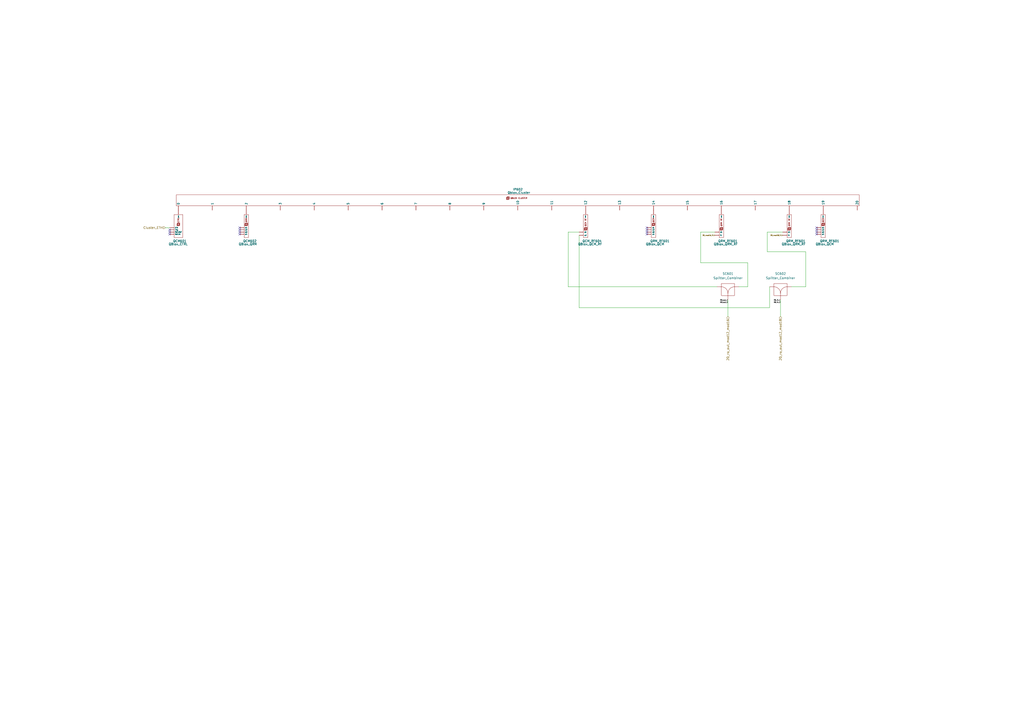
<source format=kicad_sch>
(kicad_sch (version 20230121) (generator eeschema)
  (paper "A2")
  (lib_symbols
    (symbol "Quantum Computing:QBlox_CTRL" (on_board no)
      (property "Reference" "QCM" (at -1.905 -2.032 0))
      (property "Value" "QBlox_CTRL" (at -4.445 -3.81 0))
      (symbol "QBlox_CTRL_0_0"
        (rectangle (start -1.27 13.335) (end 3.81 0))
        (polyline (pts (xy 1.905 6.985) (xy 2.1394 7.2206) (xy 2.124 8.4684) (xy 0.8708 8.4836) (xy 0.7311 8.3405) (xy 0.9734 8.3405) (xy 1.923 8.3405) (xy 1.7831 8.1985) (xy 1.6432 8.0564) (xy 0.9734 8.0564) (xy 0.9734 8.3405) (xy 0.7311 8.3405) (xy 0.638 8.2451) (xy 0.4666 8.0695) (xy 0.6456 8.0695) (xy 0.6726 8.0937) (xy 0.7205 8.1365) (xy 0.7768 8.2003) (xy 0.83 8.2695) (xy 0.8307 8.1629) (xy 0.8307 8.1389) (xy 0.8243 8.0818) (xy 0.795 8.0599) (xy 0.7264 8.0564) (xy 0.7223 8.0564) (xy 0.6596 8.0588) (xy 0.6456 8.0695) (xy 0.4666 8.0695) (xy 0.4051 8.0065) (xy 0.4051 7.3909) (xy 0.4065 7.1729) (xy 0.4104 7.0072) (xy 0.4128 6.9647) (xy 0.5472 6.9647) (xy 0.5472 7.9428) (xy 0.8313 7.9428) (xy 0.9734 7.9428) (xy 1.5984 7.9428) (xy 1.5984 7.2893) (xy 0.9734 7.2893) (xy 0.9734 7.9428) (xy 0.8313 7.9428) (xy 0.8313 7.2862) (xy 1.7405 7.2862) (xy 1.7405 7.9875) (xy 1.8832 8.1281) (xy 2.026 8.2688) (xy 2.0182 7.7861) (xy 2.0104 7.3035) (xy 1.8754 7.2948) (xy 1.7405 7.2862) (xy 0.8313 7.2862) (xy 0.8313 7.2445) (xy 0.6892 7.1046) (xy 0.5472 6.9647) (xy 0.4128 6.9647) (xy 0.4169 6.8915) (xy 0.6488 6.8915) (xy 0.7887 7.0336) (xy 0.9286 7.1756) (xy 1.5984 7.1756) (xy 1.5984 7.0829) (xy 1.7263 7.0829) (xy 1.7316 7.146) (xy 1.7585 7.1711) (xy 1.8242 7.1756) (xy 1.9221 7.1756) (xy 1.8257 7.0762) (xy 1.7924 7.042) (xy 1.7465 6.9951) (xy 1.7278 6.9768) (xy 1.7276 6.9776) (xy 1.7267 7.0104) (xy 1.7263 7.0762) (xy 1.7263 7.0829) (xy 1.5984 7.0829) (xy 1.5984 6.8915) (xy 0.6488 6.8915) (xy 0.4169 6.8915) (xy 0.417 6.8898) (xy 0.4265 6.8166) (xy 0.4392 6.7836) (xy 0.441 6.782) (xy 0.4782 6.7697) (xy 0.5557 6.7605) (xy 0.6779 6.7542) (xy 0.8486 6.7506) (xy 1.072 6.7495) (xy 1.6707 6.7495) (xy 1.905 6.985)) (stroke (width 0.01)) (fill (type outline)))
        (text "CTRL" (at 1.27 10.16 900) (effects (font (size 0.8 0.8))))
      )
      (symbol "QBlox_CTRL_1_1"
        (pin output line (at -3.81 5.715 0) (length 2.54) (name "ETH") (number ""))
        (pin output line (at -3.81 1.905 0) (length 2.54) (name "Ref_IN") (number ""))
        (pin output line (at -3.81 3.175 0) (length 2.54) (name "Ref_OUT") (number ""))
        (pin bidirectional line (at 1.27 15.875 270) (length 2.54) (name "SYNC") (number ""))
        (pin output line (at -3.81 4.445 0) (length 2.54) (name "Trig") (number ""))
      )
    )
    (symbol "Quantum Computing:QBlox_QCM" (on_board no)
      (property "Reference" "QCM" (at -1.905 -2.032 0))
      (property "Value" "QBlox_QCM" (at -4.445 -3.81 0))
      (symbol "QBlox_QCM_0_0"
        (rectangle (start -1.27 13.335) (end 1.27 0))
        (polyline (pts (xy 0.635 6.985) (xy 0.8694 7.2206) (xy 0.854 8.4684) (xy -0.3992 8.4836) (xy -0.5389 8.3405) (xy -0.2966 8.3405) (xy 0.653 8.3405) (xy 0.5131 8.1985) (xy 0.3732 8.0564) (xy -0.2966 8.0564) (xy -0.2966 8.3405) (xy -0.5389 8.3405) (xy -0.632 8.2451) (xy -0.8034 8.0695) (xy -0.6244 8.0695) (xy -0.5974 8.0937) (xy -0.5495 8.1365) (xy -0.4932 8.2003) (xy -0.44 8.2695) (xy -0.4393 8.1629) (xy -0.4393 8.1389) (xy -0.4457 8.0818) (xy -0.475 8.0599) (xy -0.5436 8.0564) (xy -0.5477 8.0564) (xy -0.6104 8.0588) (xy -0.6244 8.0695) (xy -0.8034 8.0695) (xy -0.8649 8.0065) (xy -0.8649 7.3909) (xy -0.8635 7.1729) (xy -0.8596 7.0072) (xy -0.8572 6.9647) (xy -0.7228 6.9647) (xy -0.7228 7.9428) (xy -0.4387 7.9428) (xy -0.2966 7.9428) (xy 0.3284 7.9428) (xy 0.3284 7.2893) (xy -0.2966 7.2893) (xy -0.2966 7.9428) (xy -0.4387 7.9428) (xy -0.4387 7.2862) (xy 0.4705 7.2862) (xy 0.4705 7.9875) (xy 0.6132 8.1281) (xy 0.756 8.2688) (xy 0.7482 7.7861) (xy 0.7404 7.3035) (xy 0.6054 7.2948) (xy 0.4705 7.2862) (xy -0.4387 7.2862) (xy -0.4387 7.2445) (xy -0.5808 7.1046) (xy -0.7228 6.9647) (xy -0.8572 6.9647) (xy -0.8531 6.8915) (xy -0.6212 6.8915) (xy -0.4813 7.0336) (xy -0.3414 7.1756) (xy 0.3284 7.1756) (xy 0.3284 7.0829) (xy 0.4563 7.0829) (xy 0.4616 7.146) (xy 0.4885 7.1711) (xy 0.5542 7.1756) (xy 0.6521 7.1756) (xy 0.5557 7.0762) (xy 0.5224 7.042) (xy 0.4765 6.9951) (xy 0.4578 6.9768) (xy 0.4576 6.9776) (xy 0.4567 7.0104) (xy 0.4563 7.0762) (xy 0.4563 7.0829) (xy 0.3284 7.0829) (xy 0.3284 6.8915) (xy -0.6212 6.8915) (xy -0.8531 6.8915) (xy -0.853 6.8898) (xy -0.8435 6.8166) (xy -0.8308 6.7836) (xy -0.829 6.782) (xy -0.7918 6.7697) (xy -0.7143 6.7605) (xy -0.5921 6.7542) (xy -0.4214 6.7506) (xy -0.198 6.7495) (xy 0.4007 6.7495) (xy 0.635 6.985)) (stroke (width 0.01)) (fill (type outline)))
        (text "QCM" (at 0 10.16 900) (effects (font (size 0.8 0.8))))
      )
      (symbol "QBlox_QCM_1_1"
        (pin bidirectional line (at 0 15.875 270) (length 2.54) (name "SYNC") (number ""))
        (pin output line (at -3.81 5.715 0) (length 2.54) (name "o1") (number ""))
        (pin output line (at -3.81 4.445 0) (length 2.54) (name "o2") (number ""))
        (pin output line (at -3.81 3.175 0) (length 2.54) (name "o3") (number ""))
        (pin output line (at -3.81 1.905 0) (length 2.54) (name "o4") (number ""))
      )
    )
    (symbol "Quantum Computing:QBlox_QCM_RF" (on_board no)
      (property "Reference" "QCM_RF" (at -1.905 -2.032 0))
      (property "Value" "QBlox_QCM_RF" (at -4.445 -3.81 0))
      (symbol "QBlox_QCM_RF_0_0"
        (rectangle (start -1.27 13.335) (end 1.27 0))
        (polyline (pts (xy 0.635 4.445) (xy 0.8694 4.6806) (xy 0.854 5.9284) (xy -0.3992 5.9436) (xy -0.5389 5.8005) (xy -0.2966 5.8005) (xy 0.653 5.8005) (xy 0.5131 5.6585) (xy 0.3732 5.5164) (xy -0.2966 5.5164) (xy -0.2966 5.8005) (xy -0.5389 5.8005) (xy -0.632 5.7051) (xy -0.8034 5.5295) (xy -0.6244 5.5295) (xy -0.5974 5.5537) (xy -0.5495 5.5965) (xy -0.4932 5.6603) (xy -0.44 5.7295) (xy -0.4393 5.6229) (xy -0.4393 5.5989) (xy -0.4457 5.5418) (xy -0.475 5.5199) (xy -0.5436 5.5164) (xy -0.5477 5.5164) (xy -0.6104 5.5188) (xy -0.6244 5.5295) (xy -0.8034 5.5295) (xy -0.8649 5.4665) (xy -0.8649 4.8509) (xy -0.8635 4.6329) (xy -0.8596 4.4672) (xy -0.8572 4.4247) (xy -0.7228 4.4247) (xy -0.7228 5.4028) (xy -0.4387 5.4028) (xy -0.2966 5.4028) (xy 0.3284 5.4028) (xy 0.3284 4.7493) (xy -0.2966 4.7493) (xy -0.2966 5.4028) (xy -0.4387 5.4028) (xy -0.4387 4.7462) (xy 0.4705 4.7462) (xy 0.4705 5.4475) (xy 0.6132 5.5881) (xy 0.756 5.7288) (xy 0.7482 5.2461) (xy 0.7404 4.7635) (xy 0.6054 4.7548) (xy 0.4705 4.7462) (xy -0.4387 4.7462) (xy -0.4387 4.7045) (xy -0.5808 4.5646) (xy -0.7228 4.4247) (xy -0.8572 4.4247) (xy -0.8531 4.3515) (xy -0.6212 4.3515) (xy -0.4813 4.4936) (xy -0.3414 4.6356) (xy 0.3284 4.6356) (xy 0.3284 4.5429) (xy 0.4563 4.5429) (xy 0.4616 4.606) (xy 0.4885 4.6311) (xy 0.5542 4.6356) (xy 0.6521 4.6356) (xy 0.5557 4.5362) (xy 0.5224 4.502) (xy 0.4765 4.4551) (xy 0.4578 4.4368) (xy 0.4576 4.4376) (xy 0.4567 4.4704) (xy 0.4563 4.5362) (xy 0.4563 4.5429) (xy 0.3284 4.5429) (xy 0.3284 4.3515) (xy -0.6212 4.3515) (xy -0.8531 4.3515) (xy -0.853 4.3498) (xy -0.8435 4.2766) (xy -0.8308 4.2436) (xy -0.829 4.242) (xy -0.7918 4.2297) (xy -0.7143 4.2205) (xy -0.5921 4.2142) (xy -0.4214 4.2106) (xy -0.198 4.2095) (xy 0.4007 4.2095) (xy 0.635 4.445)) (stroke (width 0.01)) (fill (type outline)))
        (text "QCM RF" (at 0 8.89 900) (effects (font (size 0.8 0.8))))
      )
      (symbol "QBlox_QCM_RF_1_1"
        (pin bidirectional line (at 0 15.875 270) (length 2.54) (name "SYNC") (number ""))
        (pin output line (at -3.81 3.175 0) (length 2.54) (name "o1") (number ""))
        (pin output line (at -3.81 1.27 0) (length 2.54) (name "o2") (number ""))
      )
    )
    (symbol "Quantum Computing:QBlox_QRM" (on_board no)
      (property "Reference" "QRM" (at -1.905 -2.032 0))
      (property "Value" "QBlox_QRM" (at -4.445 -3.81 0))
      (symbol "QBlox_QRM_0_0"
        (rectangle (start -1.27 13.335) (end 1.27 0))
        (polyline (pts (xy 0.635 6.985) (xy 0.8694 7.2206) (xy 0.854 8.4684) (xy -0.3992 8.4836) (xy -0.5389 8.3405) (xy -0.2966 8.3405) (xy 0.653 8.3405) (xy 0.5131 8.1985) (xy 0.3732 8.0564) (xy -0.2966 8.0564) (xy -0.2966 8.3405) (xy -0.5389 8.3405) (xy -0.632 8.2451) (xy -0.8034 8.0695) (xy -0.6244 8.0695) (xy -0.5974 8.0937) (xy -0.5495 8.1365) (xy -0.4932 8.2003) (xy -0.44 8.2695) (xy -0.4393 8.1629) (xy -0.4393 8.1389) (xy -0.4457 8.0818) (xy -0.475 8.0599) (xy -0.5436 8.0564) (xy -0.5477 8.0564) (xy -0.6104 8.0588) (xy -0.6244 8.0695) (xy -0.8034 8.0695) (xy -0.8649 8.0065) (xy -0.8649 7.3909) (xy -0.8635 7.1729) (xy -0.8596 7.0072) (xy -0.8572 6.9647) (xy -0.7228 6.9647) (xy -0.7228 7.9428) (xy -0.4387 7.9428) (xy -0.2966 7.9428) (xy 0.3284 7.9428) (xy 0.3284 7.2893) (xy -0.2966 7.2893) (xy -0.2966 7.9428) (xy -0.4387 7.9428) (xy -0.4387 7.2862) (xy 0.4705 7.2862) (xy 0.4705 7.9875) (xy 0.6132 8.1281) (xy 0.756 8.2688) (xy 0.7482 7.7861) (xy 0.7404 7.3035) (xy 0.6054 7.2948) (xy 0.4705 7.2862) (xy -0.4387 7.2862) (xy -0.4387 7.2445) (xy -0.5808 7.1046) (xy -0.7228 6.9647) (xy -0.8572 6.9647) (xy -0.8531 6.8915) (xy -0.6212 6.8915) (xy -0.4813 7.0336) (xy -0.3414 7.1756) (xy 0.3284 7.1756) (xy 0.3284 7.0829) (xy 0.4563 7.0829) (xy 0.4616 7.146) (xy 0.4885 7.1711) (xy 0.5542 7.1756) (xy 0.6521 7.1756) (xy 0.5557 7.0762) (xy 0.5224 7.042) (xy 0.4765 6.9951) (xy 0.4578 6.9768) (xy 0.4576 6.9776) (xy 0.4567 7.0104) (xy 0.4563 7.0762) (xy 0.4563 7.0829) (xy 0.3284 7.0829) (xy 0.3284 6.8915) (xy -0.6212 6.8915) (xy -0.8531 6.8915) (xy -0.853 6.8898) (xy -0.8435 6.8166) (xy -0.8308 6.7836) (xy -0.829 6.782) (xy -0.7918 6.7697) (xy -0.7143 6.7605) (xy -0.5921 6.7542) (xy -0.4214 6.7506) (xy -0.198 6.7495) (xy 0.4007 6.7495) (xy 0.635 6.985)) (stroke (width 0.01)) (fill (type outline)))
        (text "QRM" (at 0 10.16 900) (effects (font (size 0.8 0.8))))
      )
      (symbol "QBlox_QRM_1_1"
        (pin bidirectional line (at 0 15.875 270) (length 2.54) (name "SYNC") (number ""))
        (pin output line (at -3.81 5.715 0) (length 2.54) (name "o1") (number ""))
        (pin output line (at -3.81 4.445 0) (length 2.54) (name "o2") (number ""))
        (pin output line (at -3.81 3.175 0) (length 2.54) (name "o3") (number ""))
        (pin output line (at -3.81 1.905 0) (length 2.54) (name "o4") (number ""))
      )
    )
    (symbol "Quantum Computing:QBlox_QRM_RF" (on_board no)
      (property "Reference" "QRM_RF" (at -1.905 -2.032 0))
      (property "Value" "QBlox_QRM_RF" (at -4.445 -3.81 0))
      (symbol "QBlox_QRM_RF_0_0"
        (rectangle (start -1.27 13.335) (end 1.27 0))
        (polyline (pts (xy 0.635 4.445) (xy 0.8694 4.6806) (xy 0.854 5.9284) (xy -0.3992 5.9436) (xy -0.5389 5.8005) (xy -0.2966 5.8005) (xy 0.653 5.8005) (xy 0.5131 5.6585) (xy 0.3732 5.5164) (xy -0.2966 5.5164) (xy -0.2966 5.8005) (xy -0.5389 5.8005) (xy -0.632 5.7051) (xy -0.8034 5.5295) (xy -0.6244 5.5295) (xy -0.5974 5.5537) (xy -0.5495 5.5965) (xy -0.4932 5.6603) (xy -0.44 5.7295) (xy -0.4393 5.6229) (xy -0.4393 5.5989) (xy -0.4457 5.5418) (xy -0.475 5.5199) (xy -0.5436 5.5164) (xy -0.5477 5.5164) (xy -0.6104 5.5188) (xy -0.6244 5.5295) (xy -0.8034 5.5295) (xy -0.8649 5.4665) (xy -0.8649 4.8509) (xy -0.8635 4.6329) (xy -0.8596 4.4672) (xy -0.8572 4.4247) (xy -0.7228 4.4247) (xy -0.7228 5.4028) (xy -0.4387 5.4028) (xy -0.2966 5.4028) (xy 0.3284 5.4028) (xy 0.3284 4.7493) (xy -0.2966 4.7493) (xy -0.2966 5.4028) (xy -0.4387 5.4028) (xy -0.4387 4.7462) (xy 0.4705 4.7462) (xy 0.4705 5.4475) (xy 0.6132 5.5881) (xy 0.756 5.7288) (xy 0.7482 5.2461) (xy 0.7404 4.7635) (xy 0.6054 4.7548) (xy 0.4705 4.7462) (xy -0.4387 4.7462) (xy -0.4387 4.7045) (xy -0.5808 4.5646) (xy -0.7228 4.4247) (xy -0.8572 4.4247) (xy -0.8531 4.3515) (xy -0.6212 4.3515) (xy -0.4813 4.4936) (xy -0.3414 4.6356) (xy 0.3284 4.6356) (xy 0.3284 4.5429) (xy 0.4563 4.5429) (xy 0.4616 4.606) (xy 0.4885 4.6311) (xy 0.5542 4.6356) (xy 0.6521 4.6356) (xy 0.5557 4.5362) (xy 0.5224 4.502) (xy 0.4765 4.4551) (xy 0.4578 4.4368) (xy 0.4576 4.4376) (xy 0.4567 4.4704) (xy 0.4563 4.5362) (xy 0.4563 4.5429) (xy 0.3284 4.5429) (xy 0.3284 4.3515) (xy -0.6212 4.3515) (xy -0.8531 4.3515) (xy -0.853 4.3498) (xy -0.8435 4.2766) (xy -0.8308 4.2436) (xy -0.829 4.242) (xy -0.7918 4.2297) (xy -0.7143 4.2205) (xy -0.5921 4.2142) (xy -0.4214 4.2106) (xy -0.198 4.2095) (xy 0.4007 4.2095) (xy 0.635 4.445)) (stroke (width 0.01)) (fill (type outline)))
        (text "QRM RF" (at 0 8.89 900) (effects (font (size 0.8 0.8))))
      )
      (symbol "QBlox_QRM_RF_1_1"
        (pin bidirectional line (at 0 15.875 270) (length 2.54) (name "SYNC") (number ""))
        (pin output line (at -3.81 1.27 0) (length 2.54) (name "i1") (number ""))
        (pin output line (at -3.81 3.175 0) (length 2.54) (name "o1") (number ""))
      )
    )
    (symbol "Quantum Computing:Qblox_Cluster"
      (property "Reference" "IP" (at 0 6.985 0))
      (property "Value" "Qblox_Cluster" (at 0.635 5.08 0))
      (symbol "Qblox_Cluster_0_0"
        (rectangle (start -198.12 3.81) (end 198.12 -2.54))
        (polyline (pts (xy -5.08 1.27) (xy -4.8456 1.5056) (xy -4.861 2.7534) (xy -6.1142 2.7686) (xy -6.2539 2.6255) (xy -6.0116 2.6255) (xy -5.062 2.6255) (xy -5.2019 2.4835) (xy -5.3418 2.3414) (xy -6.0116 2.3414) (xy -6.0116 2.6255) (xy -6.2539 2.6255) (xy -6.347 2.5301) (xy -6.5184 2.3545) (xy -6.3394 2.3545) (xy -6.3124 2.3787) (xy -6.2645 2.4215) (xy -6.2082 2.4853) (xy -6.155 2.5545) (xy -6.1543 2.4479) (xy -6.1543 2.4239) (xy -6.1607 2.3668) (xy -6.19 2.3449) (xy -6.2586 2.3414) (xy -6.2627 2.3414) (xy -6.3254 2.3438) (xy -6.3394 2.3545) (xy -6.5184 2.3545) (xy -6.5799 2.2915) (xy -6.5799 1.6759) (xy -6.5785 1.4579) (xy -6.5746 1.2922) (xy -6.5722 1.2497) (xy -6.4378 1.2497) (xy -6.4378 2.2278) (xy -6.1537 2.2278) (xy -6.0116 2.2278) (xy -5.3866 2.2278) (xy -5.3866 1.5743) (xy -6.0116 1.5743) (xy -6.0116 2.2278) (xy -6.1537 2.2278) (xy -6.1537 1.5712) (xy -5.2445 1.5712) (xy -5.2445 2.2725) (xy -5.1018 2.4131) (xy -4.959 2.5538) (xy -4.9668 2.0711) (xy -4.9746 1.5885) (xy -5.1096 1.5798) (xy -5.2445 1.5712) (xy -6.1537 1.5712) (xy -6.1537 1.5295) (xy -6.2958 1.3896) (xy -6.4378 1.2497) (xy -6.5722 1.2497) (xy -6.5681 1.1765) (xy -6.3362 1.1765) (xy -6.1963 1.3186) (xy -6.0564 1.4606) (xy -5.3866 1.4606) (xy -5.3866 1.3679) (xy -5.2587 1.3679) (xy -5.2534 1.431) (xy -5.2265 1.4561) (xy -5.1608 1.4606) (xy -5.0629 1.4606) (xy -5.1593 1.3612) (xy -5.1926 1.327) (xy -5.2385 1.2801) (xy -5.2572 1.2618) (xy -5.2574 1.2626) (xy -5.2583 1.2954) (xy -5.2587 1.3612) (xy -5.2587 1.3679) (xy -5.3866 1.3679) (xy -5.3866 1.1765) (xy -6.3362 1.1765) (xy -6.5681 1.1765) (xy -6.568 1.1748) (xy -6.5585 1.1016) (xy -6.5458 1.0686) (xy -6.544 1.067) (xy -6.5068 1.0547) (xy -6.4293 1.0455) (xy -6.3071 1.0392) (xy -6.1364 1.0356) (xy -5.913 1.0345) (xy -5.3143 1.0345) (xy -5.08 1.27)) (stroke (width 0.01)) (fill (type outline)))
        (text "QBLOX CLUSTER" (at 0.635 1.905 0) (effects (font (size 0.8 0.8))))
      )
      (symbol "Qblox_Cluster_1_1"
        (pin passive line (at -196.85 -5.08 90) (length 2.54) (name "0") (number ""))
        (pin passive line (at -177.165 -5.08 90) (length 2.54) (name "1") (number ""))
        (pin passive line (at 0 -5.08 90) (length 2.54) (name "10") (number ""))
        (pin passive line (at 19.685 -5.08 90) (length 2.54) (name "11") (number ""))
        (pin passive line (at 39.37 -5.08 90) (length 2.54) (name "12") (number ""))
        (pin passive line (at 59.055 -5.08 90) (length 2.54) (name "13") (number ""))
        (pin passive line (at 78.74 -5.08 90) (length 2.54) (name "14") (number ""))
        (pin passive line (at 98.425 -5.08 90) (length 2.54) (name "15") (number ""))
        (pin passive line (at 118.11 -5.08 90) (length 2.54) (name "16") (number ""))
        (pin passive line (at 137.795 -5.08 90) (length 2.54) (name "17") (number ""))
        (pin passive line (at 157.48 -5.08 90) (length 2.54) (name "18") (number ""))
        (pin passive line (at 177.165 -5.08 90) (length 2.54) (name "19") (number ""))
        (pin passive line (at -157.48 -5.08 90) (length 2.54) (name "2") (number ""))
        (pin passive line (at 196.85 -5.08 90) (length 2.54) (name "20") (number ""))
        (pin passive line (at -137.795 -5.08 90) (length 2.54) (name "3") (number ""))
        (pin passive line (at -118.11 -5.08 90) (length 2.54) (name "4") (number ""))
        (pin passive line (at -98.425 -5.08 90) (length 2.54) (name "5") (number ""))
        (pin passive line (at -78.74 -5.08 90) (length 2.54) (name "6") (number ""))
        (pin passive line (at -59.055 -5.08 90) (length 2.54) (name "7") (number ""))
        (pin passive line (at -39.37 -5.08 90) (length 2.54) (name "8") (number ""))
        (pin passive line (at -19.685 -5.08 90) (length 2.54) (name "9") (number ""))
      )
    )
    (symbol "Quantum Computing:Splitter_Combiner" (on_board no)
      (property "Reference" "SC" (at 0 -4.445 0))
      (property "Value" "Splitter_Combiner" (at 0 -6.985 0))
      (symbol "Splitter_Combiner_0_1"
        (arc (start -3.81 0) (mid -1.0971 1.097) (end 0 3.81))
        (rectangle (start -3.81 5.08) (end 3.81 -1.905))
        (polyline (pts (xy 0 3.81) (xy 0 5.08)))
        (arc (start 0 3.81) (mid 1.1114 1.1114) (end 3.81 0))
      )
      (symbol "Splitter_Combiner_1_1"
        (pin bidirectional line (at -6.35 0 0) (length 2.54) (name "") (number ""))
        (pin bidirectional line (at 0 7.62 270) (length 2.54) (name "") (number ""))
        (pin bidirectional line (at 6.35 0 180) (length 2.54) (name "") (number ""))
      )
    )
  )
  (no_connect (at 139.065 132.08))
  (no_connect (at 139.065 133.35))
  (no_connect (at 98.425 134.62))
  (no_connect (at 139.065 134.62))
  (no_connect (at 375.285 134.62))
  (no_connect (at 375.285 133.35))
  (no_connect (at 98.425 133.35))
  (no_connect (at 473.71 133.35))
  (no_connect (at 375.285 135.89))
  (no_connect (at 375.285 132.08))
  (no_connect (at 473.71 134.62))
  (no_connect (at 98.425 135.89))
  (no_connect (at 473.71 135.89))
  (no_connect (at 139.065 135.89))
  (no_connect (at 473.71 132.08))
  (wire (pts (xy 467.36 166.37) (xy 467.36 146.05)))
  (wire (pts (xy 329.565 134.62) (xy 329.565 166.37)))
  (wire (pts (xy 433.705 152.4) (xy 433.705 166.37)))
  (wire (pts (xy 459.105 166.37) (xy 467.36 166.37)))
  (wire (pts (xy 406.4 134.62) (xy 406.4 152.4)))
  (wire (pts (xy 406.4 152.4) (xy 433.705 152.4)))
  (wire (pts (xy 329.565 134.62) (xy 335.915 134.62)))
  (wire (pts (xy 452.755 173.99) (xy 452.755 183.515)))
  (wire (pts (xy 335.915 178.435) (xy 335.915 136.525)))
  (wire (pts (xy 329.565 166.37) (xy 415.925 166.37)))
  (wire (pts (xy 467.36 146.05) (xy 445.135 146.05)))
  (wire (pts (xy 422.275 173.99) (xy 422.275 183.515)))
  (wire (pts (xy 95.885 132.08) (xy 98.425 132.08)))
  (wire (pts (xy 406.4 134.62) (xy 414.655 134.62)))
  (wire (pts (xy 446.405 178.435) (xy 335.915 178.435)))
  (wire (pts (xy 445.135 134.62) (xy 454.025 134.62)))
  (wire (pts (xy 446.405 166.37) (xy 446.405 178.435)))
  (wire (pts (xy 428.625 166.37) (xy 433.705 166.37)))
  (wire (pts (xy 445.135 146.05) (xy 445.135 134.62)))
  (label "RO_in_1" (at 452.755 174.625 180) (effects (font (size 0.64 0.64))))
  (label "RO_in_2" (at 452.755 175.895 180) (effects (font (size 0.64 0.64))))
  (label "RO_out_1" (at 422.275 174.625 180) (effects (font (size 0.64 0.64))))
  (label "RO_out_2" (at 422.275 175.895 180) (effects (font (size 0.64 0.64))))
  (hierarchical_label "20_mod16_i1" (shape input) (at 414.655 136.525 180) (effects (font (size 0.64 0.64))))
  (hierarchical_label "20_mod18_i1" (shape input) (at 454.025 136.525 180) (effects (font (size 0.64 0.64))))
  (hierarchical_label "Cluster_ETH" (shape input) (at 95.885 132.08 180))
  (hierarchical_label "20_ro_out_mod12_mod18" (shape input) (at 452.755 183.515 270))
  (hierarchical_label "20_ro_out_mod12_mod16" (shape input) (at 422.275 183.515 270))
  (symbol (lib_id "Quantum Computing:QBlox_QCM") (at 477.52 137.795 0) (unit 1) (on_board no)
    (property "Reference" "QRM_RF601" (at 475.615 139.827 0) (effects (justify left)))
    (property "Value" "QBlox_QCM" (at 473.075 141.605 0) (effects (justify left)))
    (instances (project "Q1_2023" (path "" (reference "QRM_RF601") (unit 1)) (path "" (reference "QCM803") (unit 1))))
  )
  (symbol (lib_id "Quantum Computing:Splitter_Combiner") (at 452.755 166.37 180) (unit 1) (on_board no)
    (property "Reference" "SC602" (at 452.755 158.75 0))
    (property "Value" "Splitter_Combiner" (at 452.755 161.29 0))
    (instances (project "Q1_2023" (path "" (reference "SC602") (unit 1)) (path "" (reference "SC802") (unit 1))))
  )
  (symbol (lib_id "Quantum Computing:QBlox_QRM_RF") (at 457.835 137.795 0) (unit 1) (on_board no)
    (property "Reference" "QRM_RF601" (at 455.93 139.827 0) (effects (justify left)))
    (property "Value" "QBlox_QRM_RF" (at 453.39 141.605 0) (effects (justify left)))
    (instances (project "Q1_2023" (path "" (reference "QRM_RF601") (unit 1)) (path "" (reference "QRM_RF802") (unit 1))))
  )
  (symbol (lib_id "Quantum Computing:QBlox_QCM") (at 379.095 137.795 0) (unit 1) (on_board no)
    (property "Reference" "QRM_RF601" (at 377.19 139.827 0) (effects (justify left)))
    (property "Value" "QBlox_QCM" (at 374.65 141.605 0) (effects (justify left)))
    (instances (project "Q1_2023" (path "" (reference "QRM_RF601") (unit 1)) (path "" (reference "QCM802") (unit 1))))
  )
  (symbol (lib_id "Quantum Computing:QBlox_QRM") (at 142.875 137.795 0) (unit 1) (on_board no)
    (property "Reference" "QCM602" (at 140.97 139.827 0) (effects (justify left)))
    (property "Value" "QBlox_QRM" (at 138.43 141.605 0) (effects (justify left)))
    (instances (project "Q1_2023" (path "" (reference "QCM602") (unit 1)) (path "" (reference "QRM801") (unit 1))))
  )
  (symbol (lib_id "Quantum Computing:QBlox_QCM_RF") (at 339.725 137.795 0) (unit 1) (on_board no)
    (property "Reference" "QCM_RF604" (at 337.82 139.827 0) (effects (justify left)))
    (property "Value" "QBlox_QCM_RF" (at 335.28 141.605 0) (effects (justify left)))
    (instances (project "Q1_2023" (path "" (reference "QCM_RF604") (unit 1)) (path "" (reference "QCM_RF803") (unit 1))))
  )
  (symbol (lib_id "Quantum Computing:Qblox_Cluster") (at 300.355 116.84 0) (unit 1)
    (property "Reference" "IP602" (at 300.355 109.855 0))
    (property "Value" "Qblox_Cluster" (at 300.99 111.76 0))
    (instances (project "Q1_2023" (path "" (reference "IP602") (unit 1)) (path "" (reference "IP801") (unit 1))))
  )
  (symbol (lib_id "Quantum Computing:QBlox_CTRL") (at 102.235 137.795 0) (unit 1) (on_board no)
    (property "Reference" "QCM601" (at 100.33 139.827 0) (effects (justify left)))
    (property "Value" "QBlox_CTRL" (at 97.79 141.605 0) (effects (justify left)))
    (instances (project "Q1_2023" (path "" (reference "QCM601") (unit 1)) (path "" (reference "QCM801") (unit 1))))
  )
  (symbol (lib_id "Quantum Computing:QBlox_QRM_RF") (at 418.465 137.795 0) (unit 1) (on_board no)
    (property "Reference" "QRM_RF601" (at 416.56 139.827 0) (effects (justify left)))
    (property "Value" "QBlox_QRM_RF" (at 414.02 141.605 0) (effects (justify left)))
    (instances (project "Q1_2023" (path "" (reference "QRM_RF601") (unit 1)) (path "" (reference "QRM_RF801") (unit 1))))
  )
  (symbol (lib_id "Quantum Computing:Splitter_Combiner") (at 422.275 166.37 180) (unit 1) (on_board no)
    (property "Reference" "SC601" (at 422.275 158.75 0))
    (property "Value" "Splitter_Combiner" (at 422.275 161.29 0))
    (instances (project "Q1_2023" (path "" (reference "SC601") (unit 1)) (path "" (reference "SC801") (unit 1))))
  )
)
</source>
